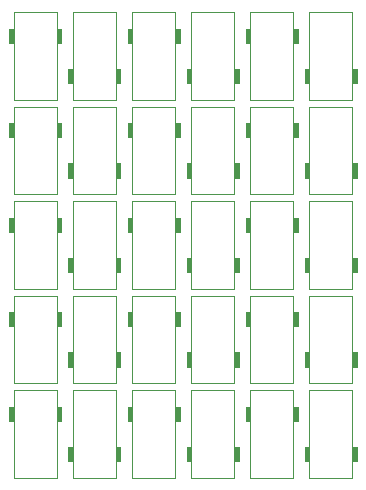
<source format=gto>
%TF.GenerationSoftware,KiCad,Pcbnew,8.0.5*%
%TF.CreationDate,2024-10-25T17:28:07+08:00*%
%TF.ProjectId,LED_SMT_5730_5S6P_15W,4c45445f-534d-4545-9f35-3733305f3553,rev?*%
%TF.SameCoordinates,Original*%
%TF.FileFunction,Legend,Top*%
%TF.FilePolarity,Positive*%
%FSLAX46Y46*%
G04 Gerber Fmt 4.6, Leading zero omitted, Abs format (unit mm)*
G04 Created by KiCad (PCBNEW 8.0.5) date 2024-10-25 17:28:07*
%MOMM*%
%LPD*%
G01*
G04 APERTURE LIST*
%ADD10C,0.120000*%
G04 APERTURE END LIST*
D10*
%TO.C,LED11*%
X118200000Y-96300000D02*
X118200000Y-103700000D01*
X118200000Y-103700000D02*
X121800000Y-103700000D01*
X121800000Y-96300000D02*
X118200000Y-96300000D01*
X121800000Y-103700000D02*
X121800000Y-96300000D01*
X118200000Y-97700000D02*
X117800000Y-97700000D01*
X117800000Y-98900000D01*
X118200000Y-98900000D01*
X118200000Y-97700000D01*
G36*
X118200000Y-97700000D02*
G01*
X117800000Y-97700000D01*
X117800000Y-98900000D01*
X118200000Y-98900000D01*
X118200000Y-97700000D01*
G37*
X122200000Y-97700000D02*
X121800000Y-97700000D01*
X121800000Y-98900000D01*
X122200000Y-98900000D01*
X122200000Y-97700000D01*
G36*
X122200000Y-97700000D02*
G01*
X121800000Y-97700000D01*
X121800000Y-98900000D01*
X122200000Y-98900000D01*
X122200000Y-97700000D01*
G37*
%TO.C,LED22*%
X123200000Y-120300000D02*
X123200000Y-127700000D01*
X123200000Y-127700000D02*
X126800000Y-127700000D01*
X126800000Y-120300000D02*
X123200000Y-120300000D01*
X126800000Y-127700000D02*
X126800000Y-120300000D01*
X122800000Y-126300000D02*
X123200000Y-126300000D01*
X123200000Y-125100000D01*
X122800000Y-125100000D01*
X122800000Y-126300000D01*
G36*
X122800000Y-126300000D02*
G01*
X123200000Y-126300000D01*
X123200000Y-125100000D01*
X122800000Y-125100000D01*
X122800000Y-126300000D01*
G37*
X126800000Y-126300000D02*
X127200000Y-126300000D01*
X127200000Y-125100000D01*
X126800000Y-125100000D01*
X126800000Y-126300000D01*
G36*
X126800000Y-126300000D02*
G01*
X127200000Y-126300000D01*
X127200000Y-125100000D01*
X126800000Y-125100000D01*
X126800000Y-126300000D01*
G37*
%TO.C,LED30*%
X113200000Y-96300000D02*
X113200000Y-103700000D01*
X113200000Y-103700000D02*
X116800000Y-103700000D01*
X116800000Y-96300000D02*
X113200000Y-96300000D01*
X116800000Y-103700000D02*
X116800000Y-96300000D01*
X112800000Y-102300000D02*
X113200000Y-102300000D01*
X113200000Y-101100000D01*
X112800000Y-101100000D01*
X112800000Y-102300000D01*
G36*
X112800000Y-102300000D02*
G01*
X113200000Y-102300000D01*
X113200000Y-101100000D01*
X112800000Y-101100000D01*
X112800000Y-102300000D01*
G37*
X116800000Y-102300000D02*
X117200000Y-102300000D01*
X117200000Y-101100000D01*
X116800000Y-101100000D01*
X116800000Y-102300000D01*
G36*
X116800000Y-102300000D02*
G01*
X117200000Y-102300000D01*
X117200000Y-101100000D01*
X116800000Y-101100000D01*
X116800000Y-102300000D01*
G37*
%TO.C,LED5*%
X98200000Y-128300000D02*
X98200000Y-135700000D01*
X98200000Y-135700000D02*
X101800000Y-135700000D01*
X101800000Y-128300000D02*
X98200000Y-128300000D01*
X101800000Y-135700000D02*
X101800000Y-128300000D01*
X98200000Y-129700000D02*
X97800000Y-129700000D01*
X97800000Y-130900000D01*
X98200000Y-130900000D01*
X98200000Y-129700000D01*
G36*
X98200000Y-129700000D02*
G01*
X97800000Y-129700000D01*
X97800000Y-130900000D01*
X98200000Y-130900000D01*
X98200000Y-129700000D01*
G37*
X102200000Y-129700000D02*
X101800000Y-129700000D01*
X101800000Y-130900000D01*
X102200000Y-130900000D01*
X102200000Y-129700000D01*
G36*
X102200000Y-129700000D02*
G01*
X101800000Y-129700000D01*
X101800000Y-130900000D01*
X102200000Y-130900000D01*
X102200000Y-129700000D01*
G37*
%TO.C,LED10*%
X108200000Y-128300000D02*
X108200000Y-135700000D01*
X108200000Y-135700000D02*
X111800000Y-135700000D01*
X111800000Y-128300000D02*
X108200000Y-128300000D01*
X111800000Y-135700000D02*
X111800000Y-128300000D01*
X108200000Y-129700000D02*
X107800000Y-129700000D01*
X107800000Y-130900000D01*
X108200000Y-130900000D01*
X108200000Y-129700000D01*
G36*
X108200000Y-129700000D02*
G01*
X107800000Y-129700000D01*
X107800000Y-130900000D01*
X108200000Y-130900000D01*
X108200000Y-129700000D01*
G37*
X112200000Y-129700000D02*
X111800000Y-129700000D01*
X111800000Y-130900000D01*
X112200000Y-130900000D01*
X112200000Y-129700000D01*
G36*
X112200000Y-129700000D02*
G01*
X111800000Y-129700000D01*
X111800000Y-130900000D01*
X112200000Y-130900000D01*
X112200000Y-129700000D01*
G37*
%TO.C,LED20*%
X103200000Y-96300000D02*
X103200000Y-103700000D01*
X103200000Y-103700000D02*
X106800000Y-103700000D01*
X106800000Y-96300000D02*
X103200000Y-96300000D01*
X106800000Y-103700000D02*
X106800000Y-96300000D01*
X102800000Y-102300000D02*
X103200000Y-102300000D01*
X103200000Y-101100000D01*
X102800000Y-101100000D01*
X102800000Y-102300000D01*
G36*
X102800000Y-102300000D02*
G01*
X103200000Y-102300000D01*
X103200000Y-101100000D01*
X102800000Y-101100000D01*
X102800000Y-102300000D01*
G37*
X106800000Y-102300000D02*
X107200000Y-102300000D01*
X107200000Y-101100000D01*
X106800000Y-101100000D01*
X106800000Y-102300000D01*
G36*
X106800000Y-102300000D02*
G01*
X107200000Y-102300000D01*
X107200000Y-101100000D01*
X106800000Y-101100000D01*
X106800000Y-102300000D01*
G37*
%TO.C,LED9*%
X108200000Y-120300000D02*
X108200000Y-127700000D01*
X108200000Y-127700000D02*
X111800000Y-127700000D01*
X111800000Y-120300000D02*
X108200000Y-120300000D01*
X111800000Y-127700000D02*
X111800000Y-120300000D01*
X108200000Y-121700000D02*
X107800000Y-121700000D01*
X107800000Y-122900000D01*
X108200000Y-122900000D01*
X108200000Y-121700000D01*
G36*
X108200000Y-121700000D02*
G01*
X107800000Y-121700000D01*
X107800000Y-122900000D01*
X108200000Y-122900000D01*
X108200000Y-121700000D01*
G37*
X112200000Y-121700000D02*
X111800000Y-121700000D01*
X111800000Y-122900000D01*
X112200000Y-122900000D01*
X112200000Y-121700000D01*
G36*
X112200000Y-121700000D02*
G01*
X111800000Y-121700000D01*
X111800000Y-122900000D01*
X112200000Y-122900000D01*
X112200000Y-121700000D01*
G37*
%TO.C,LED23*%
X123200000Y-112300000D02*
X123200000Y-119700000D01*
X123200000Y-119700000D02*
X126800000Y-119700000D01*
X126800000Y-112300000D02*
X123200000Y-112300000D01*
X126800000Y-119700000D02*
X126800000Y-112300000D01*
X122800000Y-118300000D02*
X123200000Y-118300000D01*
X123200000Y-117100000D01*
X122800000Y-117100000D01*
X122800000Y-118300000D01*
G36*
X122800000Y-118300000D02*
G01*
X123200000Y-118300000D01*
X123200000Y-117100000D01*
X122800000Y-117100000D01*
X122800000Y-118300000D01*
G37*
X126800000Y-118300000D02*
X127200000Y-118300000D01*
X127200000Y-117100000D01*
X126800000Y-117100000D01*
X126800000Y-118300000D01*
G36*
X126800000Y-118300000D02*
G01*
X127200000Y-118300000D01*
X127200000Y-117100000D01*
X126800000Y-117100000D01*
X126800000Y-118300000D01*
G37*
%TO.C,LED1*%
X98200000Y-96300000D02*
X98200000Y-103700000D01*
X98200000Y-103700000D02*
X101800000Y-103700000D01*
X101800000Y-96300000D02*
X98200000Y-96300000D01*
X101800000Y-103700000D02*
X101800000Y-96300000D01*
X98200000Y-97700000D02*
X97800000Y-97700000D01*
X97800000Y-98900000D01*
X98200000Y-98900000D01*
X98200000Y-97700000D01*
G36*
X98200000Y-97700000D02*
G01*
X97800000Y-97700000D01*
X97800000Y-98900000D01*
X98200000Y-98900000D01*
X98200000Y-97700000D01*
G37*
X102200000Y-97700000D02*
X101800000Y-97700000D01*
X101800000Y-98900000D01*
X102200000Y-98900000D01*
X102200000Y-97700000D01*
G36*
X102200000Y-97700000D02*
G01*
X101800000Y-97700000D01*
X101800000Y-98900000D01*
X102200000Y-98900000D01*
X102200000Y-97700000D01*
G37*
%TO.C,LED3*%
X98200000Y-112300000D02*
X98200000Y-119700000D01*
X98200000Y-119700000D02*
X101800000Y-119700000D01*
X101800000Y-112300000D02*
X98200000Y-112300000D01*
X101800000Y-119700000D02*
X101800000Y-112300000D01*
X98200000Y-113700000D02*
X97800000Y-113700000D01*
X97800000Y-114900000D01*
X98200000Y-114900000D01*
X98200000Y-113700000D01*
G36*
X98200000Y-113700000D02*
G01*
X97800000Y-113700000D01*
X97800000Y-114900000D01*
X98200000Y-114900000D01*
X98200000Y-113700000D01*
G37*
X102200000Y-113700000D02*
X101800000Y-113700000D01*
X101800000Y-114900000D01*
X102200000Y-114900000D01*
X102200000Y-113700000D01*
G36*
X102200000Y-113700000D02*
G01*
X101800000Y-113700000D01*
X101800000Y-114900000D01*
X102200000Y-114900000D01*
X102200000Y-113700000D01*
G37*
%TO.C,LED27*%
X113200000Y-120300000D02*
X113200000Y-127700000D01*
X113200000Y-127700000D02*
X116800000Y-127700000D01*
X116800000Y-120300000D02*
X113200000Y-120300000D01*
X116800000Y-127700000D02*
X116800000Y-120300000D01*
X112800000Y-126300000D02*
X113200000Y-126300000D01*
X113200000Y-125100000D01*
X112800000Y-125100000D01*
X112800000Y-126300000D01*
G36*
X112800000Y-126300000D02*
G01*
X113200000Y-126300000D01*
X113200000Y-125100000D01*
X112800000Y-125100000D01*
X112800000Y-126300000D01*
G37*
X116800000Y-126300000D02*
X117200000Y-126300000D01*
X117200000Y-125100000D01*
X116800000Y-125100000D01*
X116800000Y-126300000D01*
G36*
X116800000Y-126300000D02*
G01*
X117200000Y-126300000D01*
X117200000Y-125100000D01*
X116800000Y-125100000D01*
X116800000Y-126300000D01*
G37*
%TO.C,LED16*%
X103200000Y-128300000D02*
X103200000Y-135700000D01*
X103200000Y-135700000D02*
X106800000Y-135700000D01*
X106800000Y-128300000D02*
X103200000Y-128300000D01*
X106800000Y-135700000D02*
X106800000Y-128300000D01*
X102800000Y-134300000D02*
X103200000Y-134300000D01*
X103200000Y-133100000D01*
X102800000Y-133100000D01*
X102800000Y-134300000D01*
G36*
X102800000Y-134300000D02*
G01*
X103200000Y-134300000D01*
X103200000Y-133100000D01*
X102800000Y-133100000D01*
X102800000Y-134300000D01*
G37*
X106800000Y-134300000D02*
X107200000Y-134300000D01*
X107200000Y-133100000D01*
X106800000Y-133100000D01*
X106800000Y-134300000D01*
G36*
X106800000Y-134300000D02*
G01*
X107200000Y-134300000D01*
X107200000Y-133100000D01*
X106800000Y-133100000D01*
X106800000Y-134300000D01*
G37*
%TO.C,LED2*%
X98200000Y-104300000D02*
X98200000Y-111700000D01*
X98200000Y-111700000D02*
X101800000Y-111700000D01*
X101800000Y-104300000D02*
X98200000Y-104300000D01*
X101800000Y-111700000D02*
X101800000Y-104300000D01*
X98200000Y-105700000D02*
X97800000Y-105700000D01*
X97800000Y-106900000D01*
X98200000Y-106900000D01*
X98200000Y-105700000D01*
G36*
X98200000Y-105700000D02*
G01*
X97800000Y-105700000D01*
X97800000Y-106900000D01*
X98200000Y-106900000D01*
X98200000Y-105700000D01*
G37*
X102200000Y-105700000D02*
X101800000Y-105700000D01*
X101800000Y-106900000D01*
X102200000Y-106900000D01*
X102200000Y-105700000D01*
G36*
X102200000Y-105700000D02*
G01*
X101800000Y-105700000D01*
X101800000Y-106900000D01*
X102200000Y-106900000D01*
X102200000Y-105700000D01*
G37*
%TO.C,LED28*%
X113200000Y-112300000D02*
X113200000Y-119700000D01*
X113200000Y-119700000D02*
X116800000Y-119700000D01*
X116800000Y-112300000D02*
X113200000Y-112300000D01*
X116800000Y-119700000D02*
X116800000Y-112300000D01*
X112800000Y-118300000D02*
X113200000Y-118300000D01*
X113200000Y-117100000D01*
X112800000Y-117100000D01*
X112800000Y-118300000D01*
G36*
X112800000Y-118300000D02*
G01*
X113200000Y-118300000D01*
X113200000Y-117100000D01*
X112800000Y-117100000D01*
X112800000Y-118300000D01*
G37*
X116800000Y-118300000D02*
X117200000Y-118300000D01*
X117200000Y-117100000D01*
X116800000Y-117100000D01*
X116800000Y-118300000D01*
G36*
X116800000Y-118300000D02*
G01*
X117200000Y-118300000D01*
X117200000Y-117100000D01*
X116800000Y-117100000D01*
X116800000Y-118300000D01*
G37*
%TO.C,LED26*%
X113200000Y-128300000D02*
X113200000Y-135700000D01*
X113200000Y-135700000D02*
X116800000Y-135700000D01*
X116800000Y-128300000D02*
X113200000Y-128300000D01*
X116800000Y-135700000D02*
X116800000Y-128300000D01*
X112800000Y-134300000D02*
X113200000Y-134300000D01*
X113200000Y-133100000D01*
X112800000Y-133100000D01*
X112800000Y-134300000D01*
G36*
X112800000Y-134300000D02*
G01*
X113200000Y-134300000D01*
X113200000Y-133100000D01*
X112800000Y-133100000D01*
X112800000Y-134300000D01*
G37*
X116800000Y-134300000D02*
X117200000Y-134300000D01*
X117200000Y-133100000D01*
X116800000Y-133100000D01*
X116800000Y-134300000D01*
G36*
X116800000Y-134300000D02*
G01*
X117200000Y-134300000D01*
X117200000Y-133100000D01*
X116800000Y-133100000D01*
X116800000Y-134300000D01*
G37*
%TO.C,LED17*%
X103200000Y-120300000D02*
X103200000Y-127700000D01*
X103200000Y-127700000D02*
X106800000Y-127700000D01*
X106800000Y-120300000D02*
X103200000Y-120300000D01*
X106800000Y-127700000D02*
X106800000Y-120300000D01*
X102800000Y-126300000D02*
X103200000Y-126300000D01*
X103200000Y-125100000D01*
X102800000Y-125100000D01*
X102800000Y-126300000D01*
G36*
X102800000Y-126300000D02*
G01*
X103200000Y-126300000D01*
X103200000Y-125100000D01*
X102800000Y-125100000D01*
X102800000Y-126300000D01*
G37*
X106800000Y-126300000D02*
X107200000Y-126300000D01*
X107200000Y-125100000D01*
X106800000Y-125100000D01*
X106800000Y-126300000D01*
G36*
X106800000Y-126300000D02*
G01*
X107200000Y-126300000D01*
X107200000Y-125100000D01*
X106800000Y-125100000D01*
X106800000Y-126300000D01*
G37*
%TO.C,LED14*%
X118200000Y-120300000D02*
X118200000Y-127700000D01*
X118200000Y-127700000D02*
X121800000Y-127700000D01*
X121800000Y-120300000D02*
X118200000Y-120300000D01*
X121800000Y-127700000D02*
X121800000Y-120300000D01*
X118200000Y-121700000D02*
X117800000Y-121700000D01*
X117800000Y-122900000D01*
X118200000Y-122900000D01*
X118200000Y-121700000D01*
G36*
X118200000Y-121700000D02*
G01*
X117800000Y-121700000D01*
X117800000Y-122900000D01*
X118200000Y-122900000D01*
X118200000Y-121700000D01*
G37*
X122200000Y-121700000D02*
X121800000Y-121700000D01*
X121800000Y-122900000D01*
X122200000Y-122900000D01*
X122200000Y-121700000D01*
G36*
X122200000Y-121700000D02*
G01*
X121800000Y-121700000D01*
X121800000Y-122900000D01*
X122200000Y-122900000D01*
X122200000Y-121700000D01*
G37*
%TO.C,LED8*%
X108200000Y-112300000D02*
X108200000Y-119700000D01*
X108200000Y-119700000D02*
X111800000Y-119700000D01*
X111800000Y-112300000D02*
X108200000Y-112300000D01*
X111800000Y-119700000D02*
X111800000Y-112300000D01*
X108200000Y-113700000D02*
X107800000Y-113700000D01*
X107800000Y-114900000D01*
X108200000Y-114900000D01*
X108200000Y-113700000D01*
G36*
X108200000Y-113700000D02*
G01*
X107800000Y-113700000D01*
X107800000Y-114900000D01*
X108200000Y-114900000D01*
X108200000Y-113700000D01*
G37*
X112200000Y-113700000D02*
X111800000Y-113700000D01*
X111800000Y-114900000D01*
X112200000Y-114900000D01*
X112200000Y-113700000D01*
G36*
X112200000Y-113700000D02*
G01*
X111800000Y-113700000D01*
X111800000Y-114900000D01*
X112200000Y-114900000D01*
X112200000Y-113700000D01*
G37*
%TO.C,LED19*%
X103200000Y-104300000D02*
X103200000Y-111700000D01*
X103200000Y-111700000D02*
X106800000Y-111700000D01*
X106800000Y-104300000D02*
X103200000Y-104300000D01*
X106800000Y-111700000D02*
X106800000Y-104300000D01*
X102800000Y-110300000D02*
X103200000Y-110300000D01*
X103200000Y-109100000D01*
X102800000Y-109100000D01*
X102800000Y-110300000D01*
G36*
X102800000Y-110300000D02*
G01*
X103200000Y-110300000D01*
X103200000Y-109100000D01*
X102800000Y-109100000D01*
X102800000Y-110300000D01*
G37*
X106800000Y-110300000D02*
X107200000Y-110300000D01*
X107200000Y-109100000D01*
X106800000Y-109100000D01*
X106800000Y-110300000D01*
G36*
X106800000Y-110300000D02*
G01*
X107200000Y-110300000D01*
X107200000Y-109100000D01*
X106800000Y-109100000D01*
X106800000Y-110300000D01*
G37*
%TO.C,LED12*%
X118200000Y-104300000D02*
X118200000Y-111700000D01*
X118200000Y-111700000D02*
X121800000Y-111700000D01*
X121800000Y-104300000D02*
X118200000Y-104300000D01*
X121800000Y-111700000D02*
X121800000Y-104300000D01*
X118200000Y-105700000D02*
X117800000Y-105700000D01*
X117800000Y-106900000D01*
X118200000Y-106900000D01*
X118200000Y-105700000D01*
G36*
X118200000Y-105700000D02*
G01*
X117800000Y-105700000D01*
X117800000Y-106900000D01*
X118200000Y-106900000D01*
X118200000Y-105700000D01*
G37*
X122200000Y-105700000D02*
X121800000Y-105700000D01*
X121800000Y-106900000D01*
X122200000Y-106900000D01*
X122200000Y-105700000D01*
G36*
X122200000Y-105700000D02*
G01*
X121800000Y-105700000D01*
X121800000Y-106900000D01*
X122200000Y-106900000D01*
X122200000Y-105700000D01*
G37*
%TO.C,LED7*%
X108200000Y-104300000D02*
X108200000Y-111700000D01*
X108200000Y-111700000D02*
X111800000Y-111700000D01*
X111800000Y-104300000D02*
X108200000Y-104300000D01*
X111800000Y-111700000D02*
X111800000Y-104300000D01*
X108200000Y-105700000D02*
X107800000Y-105700000D01*
X107800000Y-106900000D01*
X108200000Y-106900000D01*
X108200000Y-105700000D01*
G36*
X108200000Y-105700000D02*
G01*
X107800000Y-105700000D01*
X107800000Y-106900000D01*
X108200000Y-106900000D01*
X108200000Y-105700000D01*
G37*
X112200000Y-105700000D02*
X111800000Y-105700000D01*
X111800000Y-106900000D01*
X112200000Y-106900000D01*
X112200000Y-105700000D01*
G36*
X112200000Y-105700000D02*
G01*
X111800000Y-105700000D01*
X111800000Y-106900000D01*
X112200000Y-106900000D01*
X112200000Y-105700000D01*
G37*
%TO.C,LED4*%
X98200000Y-120300000D02*
X98200000Y-127700000D01*
X98200000Y-127700000D02*
X101800000Y-127700000D01*
X101800000Y-120300000D02*
X98200000Y-120300000D01*
X101800000Y-127700000D02*
X101800000Y-120300000D01*
X98200000Y-121700000D02*
X97800000Y-121700000D01*
X97800000Y-122900000D01*
X98200000Y-122900000D01*
X98200000Y-121700000D01*
G36*
X98200000Y-121700000D02*
G01*
X97800000Y-121700000D01*
X97800000Y-122900000D01*
X98200000Y-122900000D01*
X98200000Y-121700000D01*
G37*
X102200000Y-121700000D02*
X101800000Y-121700000D01*
X101800000Y-122900000D01*
X102200000Y-122900000D01*
X102200000Y-121700000D01*
G36*
X102200000Y-121700000D02*
G01*
X101800000Y-121700000D01*
X101800000Y-122900000D01*
X102200000Y-122900000D01*
X102200000Y-121700000D01*
G37*
%TO.C,LED29*%
X113200000Y-104300000D02*
X113200000Y-111700000D01*
X113200000Y-111700000D02*
X116800000Y-111700000D01*
X116800000Y-104300000D02*
X113200000Y-104300000D01*
X116800000Y-111700000D02*
X116800000Y-104300000D01*
X112800000Y-110300000D02*
X113200000Y-110300000D01*
X113200000Y-109100000D01*
X112800000Y-109100000D01*
X112800000Y-110300000D01*
G36*
X112800000Y-110300000D02*
G01*
X113200000Y-110300000D01*
X113200000Y-109100000D01*
X112800000Y-109100000D01*
X112800000Y-110300000D01*
G37*
X116800000Y-110300000D02*
X117200000Y-110300000D01*
X117200000Y-109100000D01*
X116800000Y-109100000D01*
X116800000Y-110300000D01*
G36*
X116800000Y-110300000D02*
G01*
X117200000Y-110300000D01*
X117200000Y-109100000D01*
X116800000Y-109100000D01*
X116800000Y-110300000D01*
G37*
%TO.C,LED15*%
X118200000Y-128300000D02*
X118200000Y-135700000D01*
X118200000Y-135700000D02*
X121800000Y-135700000D01*
X121800000Y-128300000D02*
X118200000Y-128300000D01*
X121800000Y-135700000D02*
X121800000Y-128300000D01*
X118200000Y-129700000D02*
X117800000Y-129700000D01*
X117800000Y-130900000D01*
X118200000Y-130900000D01*
X118200000Y-129700000D01*
G36*
X118200000Y-129700000D02*
G01*
X117800000Y-129700000D01*
X117800000Y-130900000D01*
X118200000Y-130900000D01*
X118200000Y-129700000D01*
G37*
X122200000Y-129700000D02*
X121800000Y-129700000D01*
X121800000Y-130900000D01*
X122200000Y-130900000D01*
X122200000Y-129700000D01*
G36*
X122200000Y-129700000D02*
G01*
X121800000Y-129700000D01*
X121800000Y-130900000D01*
X122200000Y-130900000D01*
X122200000Y-129700000D01*
G37*
%TO.C,LED24*%
X123200000Y-104300000D02*
X123200000Y-111700000D01*
X123200000Y-111700000D02*
X126800000Y-111700000D01*
X126800000Y-104300000D02*
X123200000Y-104300000D01*
X126800000Y-111700000D02*
X126800000Y-104300000D01*
X122800000Y-110300000D02*
X123200000Y-110300000D01*
X123200000Y-109100000D01*
X122800000Y-109100000D01*
X122800000Y-110300000D01*
G36*
X122800000Y-110300000D02*
G01*
X123200000Y-110300000D01*
X123200000Y-109100000D01*
X122800000Y-109100000D01*
X122800000Y-110300000D01*
G37*
X126800000Y-110300000D02*
X127200000Y-110300000D01*
X127200000Y-109100000D01*
X126800000Y-109100000D01*
X126800000Y-110300000D01*
G36*
X126800000Y-110300000D02*
G01*
X127200000Y-110300000D01*
X127200000Y-109100000D01*
X126800000Y-109100000D01*
X126800000Y-110300000D01*
G37*
%TO.C,LED6*%
X108200000Y-96300000D02*
X108200000Y-103700000D01*
X108200000Y-103700000D02*
X111800000Y-103700000D01*
X111800000Y-96300000D02*
X108200000Y-96300000D01*
X111800000Y-103700000D02*
X111800000Y-96300000D01*
X108200000Y-97700000D02*
X107800000Y-97700000D01*
X107800000Y-98900000D01*
X108200000Y-98900000D01*
X108200000Y-97700000D01*
G36*
X108200000Y-97700000D02*
G01*
X107800000Y-97700000D01*
X107800000Y-98900000D01*
X108200000Y-98900000D01*
X108200000Y-97700000D01*
G37*
X112200000Y-97700000D02*
X111800000Y-97700000D01*
X111800000Y-98900000D01*
X112200000Y-98900000D01*
X112200000Y-97700000D01*
G36*
X112200000Y-97700000D02*
G01*
X111800000Y-97700000D01*
X111800000Y-98900000D01*
X112200000Y-98900000D01*
X112200000Y-97700000D01*
G37*
%TO.C,LED21*%
X123200000Y-128300000D02*
X123200000Y-135700000D01*
X123200000Y-135700000D02*
X126800000Y-135700000D01*
X126800000Y-128300000D02*
X123200000Y-128300000D01*
X126800000Y-135700000D02*
X126800000Y-128300000D01*
X122800000Y-134300000D02*
X123200000Y-134300000D01*
X123200000Y-133100000D01*
X122800000Y-133100000D01*
X122800000Y-134300000D01*
G36*
X122800000Y-134300000D02*
G01*
X123200000Y-134300000D01*
X123200000Y-133100000D01*
X122800000Y-133100000D01*
X122800000Y-134300000D01*
G37*
X126800000Y-134300000D02*
X127200000Y-134300000D01*
X127200000Y-133100000D01*
X126800000Y-133100000D01*
X126800000Y-134300000D01*
G36*
X126800000Y-134300000D02*
G01*
X127200000Y-134300000D01*
X127200000Y-133100000D01*
X126800000Y-133100000D01*
X126800000Y-134300000D01*
G37*
%TO.C,LED18*%
X103200000Y-112300000D02*
X103200000Y-119700000D01*
X103200000Y-119700000D02*
X106800000Y-119700000D01*
X106800000Y-112300000D02*
X103200000Y-112300000D01*
X106800000Y-119700000D02*
X106800000Y-112300000D01*
X102800000Y-118300000D02*
X103200000Y-118300000D01*
X103200000Y-117100000D01*
X102800000Y-117100000D01*
X102800000Y-118300000D01*
G36*
X102800000Y-118300000D02*
G01*
X103200000Y-118300000D01*
X103200000Y-117100000D01*
X102800000Y-117100000D01*
X102800000Y-118300000D01*
G37*
X106800000Y-118300000D02*
X107200000Y-118300000D01*
X107200000Y-117100000D01*
X106800000Y-117100000D01*
X106800000Y-118300000D01*
G36*
X106800000Y-118300000D02*
G01*
X107200000Y-118300000D01*
X107200000Y-117100000D01*
X106800000Y-117100000D01*
X106800000Y-118300000D01*
G37*
%TO.C,LED25*%
X123200000Y-96300000D02*
X123200000Y-103700000D01*
X123200000Y-103700000D02*
X126800000Y-103700000D01*
X126800000Y-96300000D02*
X123200000Y-96300000D01*
X126800000Y-103700000D02*
X126800000Y-96300000D01*
X122800000Y-102300000D02*
X123200000Y-102300000D01*
X123200000Y-101100000D01*
X122800000Y-101100000D01*
X122800000Y-102300000D01*
G36*
X122800000Y-102300000D02*
G01*
X123200000Y-102300000D01*
X123200000Y-101100000D01*
X122800000Y-101100000D01*
X122800000Y-102300000D01*
G37*
X126800000Y-102300000D02*
X127200000Y-102300000D01*
X127200000Y-101100000D01*
X126800000Y-101100000D01*
X126800000Y-102300000D01*
G36*
X126800000Y-102300000D02*
G01*
X127200000Y-102300000D01*
X127200000Y-101100000D01*
X126800000Y-101100000D01*
X126800000Y-102300000D01*
G37*
%TO.C,LED13*%
X118200000Y-112300000D02*
X118200000Y-119700000D01*
X118200000Y-119700000D02*
X121800000Y-119700000D01*
X121800000Y-112300000D02*
X118200000Y-112300000D01*
X121800000Y-119700000D02*
X121800000Y-112300000D01*
X118200000Y-113700000D02*
X117800000Y-113700000D01*
X117800000Y-114900000D01*
X118200000Y-114900000D01*
X118200000Y-113700000D01*
G36*
X118200000Y-113700000D02*
G01*
X117800000Y-113700000D01*
X117800000Y-114900000D01*
X118200000Y-114900000D01*
X118200000Y-113700000D01*
G37*
X122200000Y-113700000D02*
X121800000Y-113700000D01*
X121800000Y-114900000D01*
X122200000Y-114900000D01*
X122200000Y-113700000D01*
G36*
X122200000Y-113700000D02*
G01*
X121800000Y-113700000D01*
X121800000Y-114900000D01*
X122200000Y-114900000D01*
X122200000Y-113700000D01*
G37*
%TD*%
M02*

</source>
